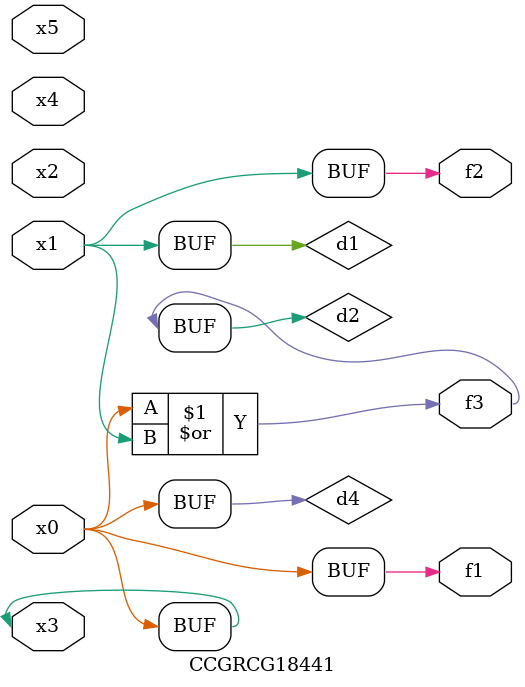
<source format=v>
module CCGRCG18441(
	input x0, x1, x2, x3, x4, x5,
	output f1, f2, f3
);

	wire d1, d2, d3, d4;

	and (d1, x1);
	or (d2, x0, x1);
	nand (d3, x0, x5);
	buf (d4, x0, x3);
	assign f1 = d4;
	assign f2 = d1;
	assign f3 = d2;
endmodule

</source>
